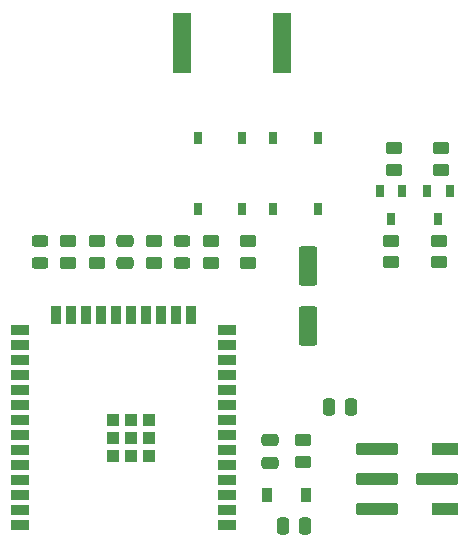
<source format=gtp>
G04 #@! TF.GenerationSoftware,KiCad,Pcbnew,(6.0.8-1)-1*
G04 #@! TF.CreationDate,2023-02-10T09:38:01+01:00*
G04 #@! TF.ProjectId,ithowifi_4l,6974686f-7769-4666-995f-346c2e6b6963,rev?*
G04 #@! TF.SameCoordinates,Original*
G04 #@! TF.FileFunction,Paste,Top*
G04 #@! TF.FilePolarity,Positive*
%FSLAX46Y46*%
G04 Gerber Fmt 4.6, Leading zero omitted, Abs format (unit mm)*
G04 Created by KiCad (PCBNEW (6.0.8-1)-1) date 2023-02-10 09:38:01*
%MOMM*%
%LPD*%
G01*
G04 APERTURE LIST*
G04 Aperture macros list*
%AMRoundRect*
0 Rectangle with rounded corners*
0 $1 Rounding radius*
0 $2 $3 $4 $5 $6 $7 $8 $9 X,Y pos of 4 corners*
0 Add a 4 corners polygon primitive as box body*
4,1,4,$2,$3,$4,$5,$6,$7,$8,$9,$2,$3,0*
0 Add four circle primitives for the rounded corners*
1,1,$1+$1,$2,$3*
1,1,$1+$1,$4,$5*
1,1,$1+$1,$6,$7*
1,1,$1+$1,$8,$9*
0 Add four rect primitives between the rounded corners*
20,1,$1+$1,$2,$3,$4,$5,0*
20,1,$1+$1,$4,$5,$6,$7,0*
20,1,$1+$1,$6,$7,$8,$9,0*
20,1,$1+$1,$8,$9,$2,$3,0*%
G04 Aperture macros list end*
%ADD10RoundRect,0.105000X-1.655000X0.420000X-1.655000X-0.420000X1.655000X-0.420000X1.655000X0.420000X0*%
%ADD11RoundRect,0.105000X-1.005000X0.420000X-1.005000X-0.420000X1.005000X-0.420000X1.005000X0.420000X0*%
%ADD12R,0.700000X1.000000*%
%ADD13RoundRect,0.250000X-0.450000X0.262500X-0.450000X-0.262500X0.450000X-0.262500X0.450000X0.262500X0*%
%ADD14R,1.500000X0.900000*%
%ADD15R,0.900000X1.500000*%
%ADD16R,1.050000X1.050000*%
%ADD17RoundRect,0.243750X0.456250X-0.243750X0.456250X0.243750X-0.456250X0.243750X-0.456250X-0.243750X0*%
%ADD18R,0.750000X1.000000*%
%ADD19RoundRect,0.250000X0.250000X0.475000X-0.250000X0.475000X-0.250000X-0.475000X0.250000X-0.475000X0*%
%ADD20RoundRect,0.250000X0.450000X-0.262500X0.450000X0.262500X-0.450000X0.262500X-0.450000X-0.262500X0*%
%ADD21RoundRect,0.250000X0.475000X-0.250000X0.475000X0.250000X-0.475000X0.250000X-0.475000X-0.250000X0*%
%ADD22RoundRect,0.250000X0.550000X-1.412500X0.550000X1.412500X-0.550000X1.412500X-0.550000X-1.412500X0*%
%ADD23RoundRect,0.250000X-0.250000X-0.475000X0.250000X-0.475000X0.250000X0.475000X-0.250000X0.475000X0*%
%ADD24R,0.900000X1.200000*%
%ADD25R,1.500000X5.080000*%
G04 APERTURE END LIST*
D10*
X117475000Y-142240000D03*
X117475000Y-144780000D03*
X117475000Y-147320000D03*
D11*
X123205000Y-147320000D03*
D10*
X122555000Y-144780000D03*
D11*
X123205000Y-142240000D03*
D12*
X119608600Y-120339000D03*
X117708600Y-120339000D03*
X118658600Y-122739000D03*
D13*
X118872000Y-116711900D03*
X118872000Y-118536900D03*
D14*
X104727600Y-148613600D03*
X104727600Y-147343600D03*
X104727600Y-146073600D03*
X104727600Y-144803600D03*
X104727600Y-143533600D03*
X104727600Y-142263600D03*
X104727600Y-140993600D03*
X104727600Y-139723600D03*
X104727600Y-138453600D03*
X104727600Y-137183600D03*
X104727600Y-135913600D03*
X104727600Y-134643600D03*
X104727600Y-133373600D03*
X104727600Y-132103600D03*
D15*
X101697600Y-130853600D03*
X100427600Y-130853600D03*
X99157600Y-130853600D03*
X97887600Y-130853600D03*
X96617600Y-130853600D03*
X95347600Y-130853600D03*
X94077600Y-130853600D03*
X92807600Y-130853600D03*
X91537600Y-130853600D03*
X90267600Y-130853600D03*
D14*
X87227600Y-132103600D03*
X87227600Y-133373600D03*
X87227600Y-134643600D03*
X87227600Y-135913600D03*
X87227600Y-137183600D03*
X87227600Y-138453600D03*
X87227600Y-139723600D03*
X87227600Y-140993600D03*
X87227600Y-142263600D03*
X87227600Y-143533600D03*
X87227600Y-144803600D03*
X87227600Y-146073600D03*
X87227600Y-147343600D03*
X87227600Y-148613600D03*
D16*
X95132600Y-139748600D03*
X98182600Y-142798600D03*
X95132600Y-142798600D03*
X96657600Y-139748600D03*
X96657600Y-141273600D03*
X98182600Y-139748600D03*
X96657600Y-142798600D03*
X95132600Y-141273600D03*
X98182600Y-141273600D03*
D13*
X91313000Y-124588900D03*
X91313000Y-126413900D03*
X106536000Y-124597500D03*
X106536000Y-126422500D03*
X118618000Y-124548500D03*
X118618000Y-126373500D03*
D17*
X88900000Y-126438900D03*
X88900000Y-124563900D03*
D18*
X108665400Y-121872000D03*
X108665400Y-115872000D03*
X112415400Y-121872000D03*
X112415400Y-115872000D03*
D19*
X115250000Y-138684000D03*
X113350000Y-138684000D03*
D12*
X123606600Y-120339000D03*
X121706600Y-120339000D03*
X122656600Y-122739000D03*
D20*
X122859800Y-118536900D03*
X122859800Y-116711900D03*
D13*
X122682000Y-124548500D03*
X122682000Y-126373500D03*
D21*
X96139000Y-126451400D03*
X96139000Y-124551400D03*
D20*
X98552000Y-126428000D03*
X98552000Y-124603000D03*
D22*
X111632000Y-131768000D03*
X111632000Y-126693000D03*
D23*
X109486900Y-148751000D03*
X111386900Y-148751000D03*
D21*
X108377500Y-143351000D03*
X108377500Y-141451000D03*
D24*
X111425500Y-146084000D03*
X108125500Y-146084000D03*
D20*
X111171500Y-143290000D03*
X111171500Y-141465000D03*
X93726000Y-126413900D03*
X93726000Y-124588900D03*
X103378000Y-126428000D03*
X103378000Y-124603000D03*
D17*
X100965000Y-126453000D03*
X100965000Y-124578000D03*
D18*
X106015000Y-121872000D03*
X106015000Y-115872000D03*
X102265000Y-121872000D03*
X102265000Y-115872000D03*
D25*
X100931400Y-107848400D03*
X109431400Y-107848400D03*
M02*

</source>
